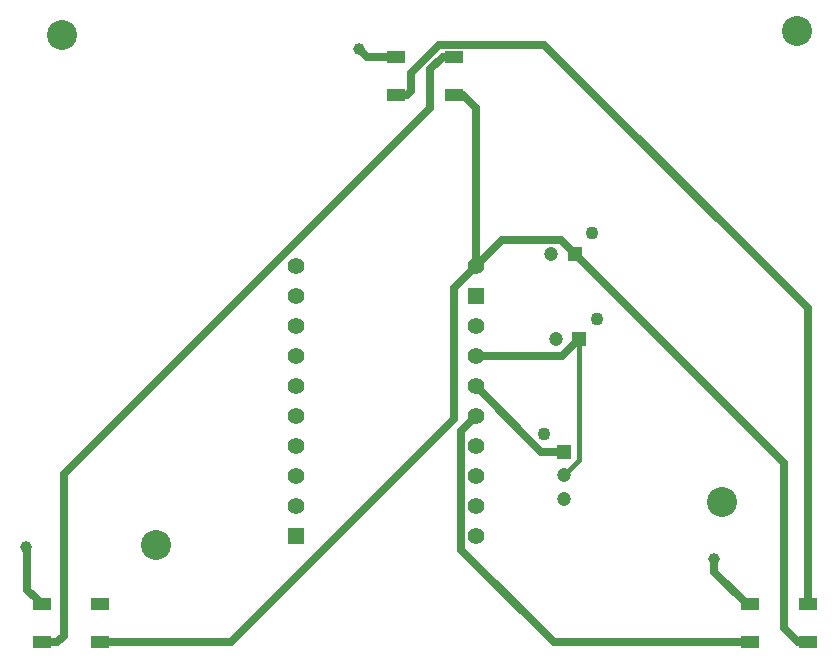
<source format=gbr>
%TF.GenerationSoftware,Altium Limited,Altium Designer,23.1.1 (15)*%
G04 Layer_Physical_Order=1*
G04 Layer_Color=255*
%FSLAX45Y45*%
%MOMM*%
%TF.SameCoordinates,4E948076-F00C-46A4-8CE1-B66C86AC089E*%
%TF.FilePolarity,Positive*%
%TF.FileFunction,Copper,L1,Top,Signal*%
%TF.Part,Single*%
G01*
G75*
%TA.AperFunction,SMDPad,CuDef*%
%ADD10R,1.50000X1.00000*%
%TA.AperFunction,Conductor*%
%ADD11C,0.63500*%
%ADD12C,0.38100*%
%TA.AperFunction,ViaPad*%
%ADD13C,2.54000*%
%TA.AperFunction,ComponentPad*%
%ADD14C,1.20000*%
%ADD15R,1.20000X1.20000*%
%ADD16C,1.10000*%
%ADD17C,1.42240*%
%ADD18R,1.37160X1.37160*%
%ADD19R,1.20000X1.20000*%
%TA.AperFunction,ViaPad*%
%ADD20C,1.00000*%
D10*
X6308202Y617200D02*
D03*
X6798198D02*
D03*
X6308202Y297200D02*
D03*
X6798198D02*
D03*
X3311002Y5252700D02*
D03*
X3800998D02*
D03*
X3311002Y4932700D02*
D03*
X3800998D02*
D03*
X313802Y617200D02*
D03*
X803798D02*
D03*
X313802Y297200D02*
D03*
X803798D02*
D03*
D11*
X2997200Y5321300D02*
X3065800Y5252700D01*
X3311002D01*
X6007100Y893301D02*
Y1003300D01*
X6283202Y617200D02*
X6308202D01*
X6007100Y893301D02*
X6283202Y617200D01*
X190500Y740501D02*
Y1092200D01*
X177800Y1104900D02*
X190500Y1092200D01*
X270552Y635450D02*
X288802Y617200D01*
X190500Y740501D02*
X270552Y660450D01*
X288802Y617200D02*
X313802D01*
X270552Y635450D02*
Y660450D01*
X4542841Y1911299D02*
X4737100D01*
X3990340Y2463800D02*
X4542841Y1911299D01*
X4712330Y3700369D02*
X4824400Y3588299D01*
X4210909Y3700369D02*
X4712330D01*
X3990340Y3479800D02*
X4210909Y3700369D01*
X3990340Y2717800D02*
X4715901D01*
X4862500Y2864399D01*
X4824400Y3588299D02*
X6598920Y1813778D01*
Y416580D02*
Y1813778D01*
Y416580D02*
X6718300Y297200D01*
X6798198D01*
X6797040Y617200D02*
X6798198D01*
X4564380Y5356860D02*
X6797040Y3124200D01*
X3672840Y5356860D02*
X4564380D01*
X3436620Y5120640D02*
X3672840Y5356860D01*
X3436620Y4963180D02*
Y5120640D01*
X3406140Y4932700D02*
X3436620Y4963180D01*
X3311002Y4932700D02*
X3406140D01*
X3705840Y5252700D02*
X3800998D01*
X3601720Y5148580D02*
X3705840Y5252700D01*
X3601720Y4823460D02*
Y5148580D01*
X497840Y1719580D02*
X3601720Y4823460D01*
X497840Y353060D02*
Y1719580D01*
X441980Y297200D02*
X497840Y353060D01*
X313802Y297200D02*
X441980D01*
X3865880Y2085340D02*
X3990340Y2209800D01*
X3865880Y1082040D02*
Y2085340D01*
Y1082040D02*
X4650720Y297200D01*
X6308202D01*
X3990340Y3479800D02*
Y4823460D01*
X3881100Y4932700D02*
X3990340Y4823460D01*
X3800998Y4932700D02*
X3881100D01*
X3804920Y3294380D02*
X3990340Y3479800D01*
X3804920Y2189480D02*
Y3294380D01*
X1912640Y297200D02*
X3804920Y2189480D01*
X803798Y297200D02*
X1912640D01*
X6797040Y617200D02*
Y3124200D01*
D12*
X4862500Y1836699D02*
Y2864399D01*
X4737100Y1711300D02*
X4862500Y1836699D01*
D13*
X1282700Y1117600D02*
D03*
X6070600Y1485900D02*
D03*
X6705600Y5473700D02*
D03*
X482600Y5435600D02*
D03*
D14*
X4662500Y2864399D02*
D03*
X4624400Y3588299D02*
D03*
X4737100Y1511300D02*
D03*
Y1711300D02*
D03*
D15*
X4862500Y2864399D02*
D03*
X4824400Y3588299D02*
D03*
D16*
X5012502Y3034401D02*
D03*
X4974402Y3758301D02*
D03*
X4567098Y2061301D02*
D03*
D17*
X3990340Y3479800D02*
D03*
Y2971800D02*
D03*
Y2717800D02*
D03*
Y2463800D02*
D03*
Y2209800D02*
D03*
Y1955800D02*
D03*
Y1701800D02*
D03*
Y1447800D02*
D03*
Y1193800D02*
D03*
X2463800Y3479800D02*
D03*
Y3225800D02*
D03*
Y2971800D02*
D03*
Y2717800D02*
D03*
Y2463800D02*
D03*
Y2209800D02*
D03*
Y1955800D02*
D03*
Y1701800D02*
D03*
Y1447800D02*
D03*
D18*
X3990340Y3225800D02*
D03*
X2463800Y1193800D02*
D03*
D19*
X4737100Y1911299D02*
D03*
D20*
X2997200Y5321300D02*
D03*
X6007100Y1003300D02*
D03*
X177800Y1104900D02*
D03*
%TF.MD5,b78df5b1916a1c9d576d2458b5eb2768*%
M02*

</source>
